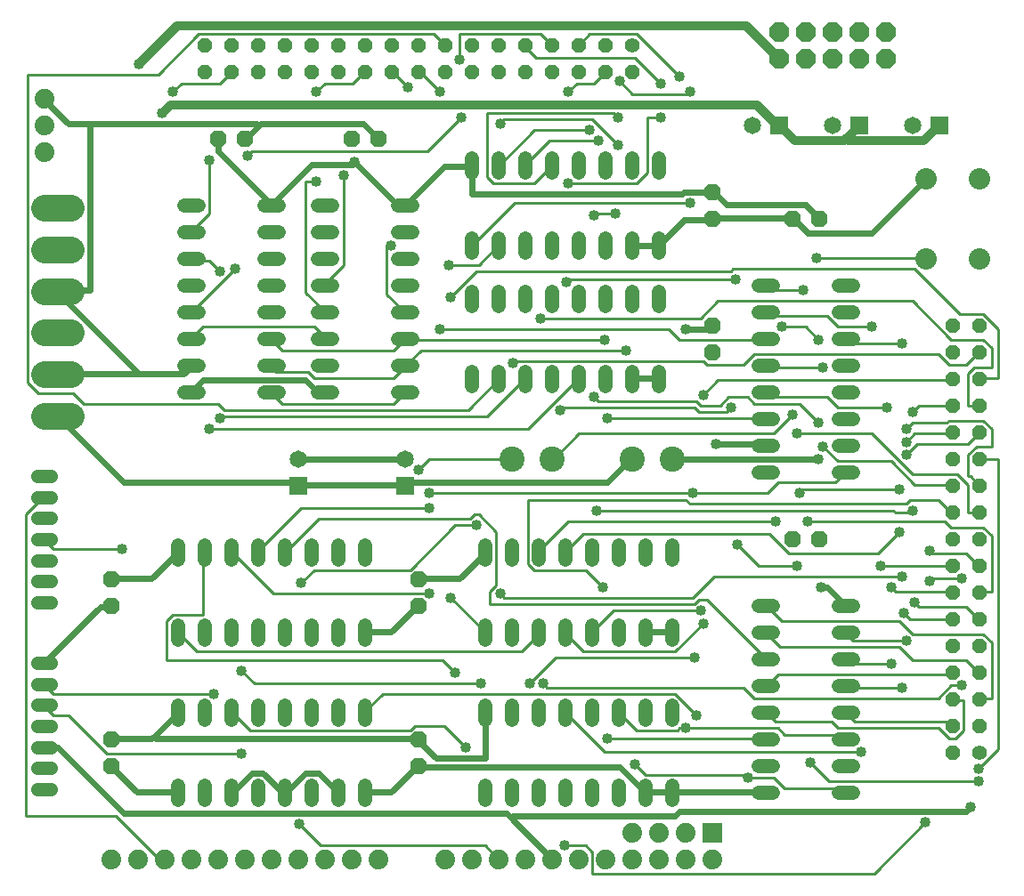
<source format=gbl>
G75*
%MOIN*%
%OFA0B0*%
%FSLAX24Y24*%
%IPPOS*%
%LPD*%
%AMOC8*
5,1,8,0,0,1.08239X$1,22.5*
%
%ADD10C,0.0520*%
%ADD11C,0.0560*%
%ADD12OC8,0.0560*%
%ADD13C,0.0515*%
%ADD14C,0.0740*%
%ADD15C,0.0945*%
%ADD16C,0.0800*%
%ADD17OC8,0.0630*%
%ADD18C,0.0650*%
%ADD19R,0.0650X0.0650*%
%ADD20OC8,0.0740*%
%ADD21C,0.0990*%
%ADD22R,0.0740X0.0740*%
%ADD23C,0.0100*%
%ADD24C,0.0400*%
%ADD25C,0.0240*%
%ADD26C,0.0320*%
D10*
X007613Y003790D02*
X007613Y004310D01*
X008613Y004310D02*
X008613Y003790D01*
X009613Y003790D02*
X009613Y004310D01*
X010613Y004310D02*
X010613Y003790D01*
X011613Y003790D02*
X011613Y004310D01*
X012613Y004310D02*
X012613Y003790D01*
X013613Y003790D02*
X013613Y004310D01*
X014613Y004310D02*
X014613Y003790D01*
X014613Y006790D02*
X014613Y007310D01*
X013613Y007310D02*
X013613Y006790D01*
X012613Y006790D02*
X012613Y007310D01*
X011613Y007310D02*
X011613Y006790D01*
X010613Y006790D02*
X010613Y007310D01*
X009613Y007310D02*
X009613Y006790D01*
X008613Y006790D02*
X008613Y007310D01*
X007613Y007310D02*
X007613Y006790D01*
X007613Y009790D02*
X007613Y010310D01*
X008613Y010310D02*
X008613Y009790D01*
X009613Y009790D02*
X009613Y010310D01*
X010613Y010310D02*
X010613Y009790D01*
X011613Y009790D02*
X011613Y010310D01*
X012613Y010310D02*
X012613Y009790D01*
X013613Y009790D02*
X013613Y010310D01*
X014613Y010310D02*
X014613Y009790D01*
X014613Y012790D02*
X014613Y013310D01*
X013613Y013310D02*
X013613Y012790D01*
X012613Y012790D02*
X012613Y013310D01*
X011613Y013310D02*
X011613Y012790D01*
X010613Y012790D02*
X010613Y013310D01*
X009613Y013310D02*
X009613Y012790D01*
X008613Y012790D02*
X008613Y013310D01*
X007613Y013310D02*
X007613Y012790D01*
X007853Y019050D02*
X008373Y019050D01*
X008373Y020050D02*
X007853Y020050D01*
X007853Y021050D02*
X008373Y021050D01*
X008373Y022050D02*
X007853Y022050D01*
X007853Y023050D02*
X008373Y023050D01*
X008373Y024050D02*
X007853Y024050D01*
X007853Y025050D02*
X008373Y025050D01*
X008373Y026050D02*
X007853Y026050D01*
X010853Y026050D02*
X011373Y026050D01*
X011373Y025050D02*
X010853Y025050D01*
X010853Y024050D02*
X011373Y024050D01*
X011373Y023050D02*
X010853Y023050D01*
X010853Y022050D02*
X011373Y022050D01*
X011373Y021050D02*
X010853Y021050D01*
X010853Y020050D02*
X011373Y020050D01*
X011373Y019050D02*
X010853Y019050D01*
X012853Y019050D02*
X013373Y019050D01*
X013373Y020050D02*
X012853Y020050D01*
X012853Y021050D02*
X013373Y021050D01*
X013373Y022050D02*
X012853Y022050D01*
X012853Y023050D02*
X013373Y023050D01*
X013373Y024050D02*
X012853Y024050D01*
X012853Y025050D02*
X013373Y025050D01*
X013373Y026050D02*
X012853Y026050D01*
X015853Y026050D02*
X016373Y026050D01*
X016373Y025050D02*
X015853Y025050D01*
X015853Y024050D02*
X016373Y024050D01*
X016373Y023050D02*
X015853Y023050D01*
X015853Y022050D02*
X016373Y022050D01*
X016373Y021050D02*
X015853Y021050D01*
X015853Y020050D02*
X016373Y020050D01*
X016373Y019050D02*
X015853Y019050D01*
X018613Y019290D02*
X018613Y019810D01*
X019613Y019810D02*
X019613Y019290D01*
X020613Y019290D02*
X020613Y019810D01*
X021613Y019810D02*
X021613Y019290D01*
X022613Y019290D02*
X022613Y019810D01*
X023613Y019810D02*
X023613Y019290D01*
X024613Y019290D02*
X024613Y019810D01*
X025613Y019810D02*
X025613Y019290D01*
X025613Y022290D02*
X025613Y022810D01*
X024613Y022810D02*
X024613Y022290D01*
X023613Y022290D02*
X023613Y022810D01*
X022613Y022810D02*
X022613Y022290D01*
X021613Y022290D02*
X021613Y022810D01*
X020613Y022810D02*
X020613Y022290D01*
X019613Y022290D02*
X019613Y022810D01*
X018613Y022810D02*
X018613Y022290D01*
X018613Y024290D02*
X018613Y024810D01*
X019613Y024810D02*
X019613Y024290D01*
X020613Y024290D02*
X020613Y024810D01*
X021613Y024810D02*
X021613Y024290D01*
X022613Y024290D02*
X022613Y024810D01*
X023613Y024810D02*
X023613Y024290D01*
X024613Y024290D02*
X024613Y024810D01*
X025613Y024810D02*
X025613Y024290D01*
X025613Y027290D02*
X025613Y027810D01*
X024613Y027810D02*
X024613Y027290D01*
X023613Y027290D02*
X023613Y027810D01*
X022613Y027810D02*
X022613Y027290D01*
X021613Y027290D02*
X021613Y027810D01*
X020613Y027810D02*
X020613Y027290D01*
X019613Y027290D02*
X019613Y027810D01*
X018613Y027810D02*
X018613Y027290D01*
X029353Y023050D02*
X029873Y023050D01*
X029873Y022050D02*
X029353Y022050D01*
X029353Y021050D02*
X029873Y021050D01*
X029873Y020050D02*
X029353Y020050D01*
X029353Y019050D02*
X029873Y019050D01*
X029873Y018050D02*
X029353Y018050D01*
X029353Y017050D02*
X029873Y017050D01*
X029873Y016050D02*
X029353Y016050D01*
X032353Y016050D02*
X032873Y016050D01*
X032873Y017050D02*
X032353Y017050D01*
X032353Y018050D02*
X032873Y018050D01*
X032873Y019050D02*
X032353Y019050D01*
X032353Y020050D02*
X032873Y020050D01*
X032873Y021050D02*
X032353Y021050D01*
X032353Y022050D02*
X032873Y022050D01*
X032873Y023050D02*
X032353Y023050D01*
X026113Y013310D02*
X026113Y012790D01*
X025113Y012790D02*
X025113Y013310D01*
X024113Y013310D02*
X024113Y012790D01*
X023113Y012790D02*
X023113Y013310D01*
X022113Y013310D02*
X022113Y012790D01*
X021113Y012790D02*
X021113Y013310D01*
X020113Y013310D02*
X020113Y012790D01*
X019113Y012790D02*
X019113Y013310D01*
X019113Y010310D02*
X019113Y009790D01*
X020113Y009790D02*
X020113Y010310D01*
X021113Y010310D02*
X021113Y009790D01*
X022113Y009790D02*
X022113Y010310D01*
X023113Y010310D02*
X023113Y009790D01*
X024113Y009790D02*
X024113Y010310D01*
X025113Y010310D02*
X025113Y009790D01*
X026113Y009790D02*
X026113Y010310D01*
X026113Y007310D02*
X026113Y006790D01*
X025113Y006790D02*
X025113Y007310D01*
X024113Y007310D02*
X024113Y006790D01*
X023113Y006790D02*
X023113Y007310D01*
X022113Y007310D02*
X022113Y006790D01*
X021113Y006790D02*
X021113Y007310D01*
X020113Y007310D02*
X020113Y006790D01*
X019113Y006790D02*
X019113Y007310D01*
X019113Y004310D02*
X019113Y003790D01*
X020113Y003790D02*
X020113Y004310D01*
X021113Y004310D02*
X021113Y003790D01*
X022113Y003790D02*
X022113Y004310D01*
X023113Y004310D02*
X023113Y003790D01*
X024113Y003790D02*
X024113Y004310D01*
X025113Y004310D02*
X025113Y003790D01*
X026113Y003790D02*
X026113Y004310D01*
X029353Y004050D02*
X029873Y004050D01*
X029873Y005050D02*
X029353Y005050D01*
X029353Y006050D02*
X029873Y006050D01*
X029873Y007050D02*
X029353Y007050D01*
X029353Y008050D02*
X029873Y008050D01*
X029873Y009050D02*
X029353Y009050D01*
X029353Y010050D02*
X029873Y010050D01*
X029873Y011050D02*
X029353Y011050D01*
X032353Y011050D02*
X032873Y011050D01*
X032873Y010050D02*
X032353Y010050D01*
X032353Y009050D02*
X032873Y009050D01*
X032873Y008050D02*
X032353Y008050D01*
X032353Y007050D02*
X032873Y007050D01*
X032873Y006050D02*
X032353Y006050D01*
X032353Y005050D02*
X032873Y005050D01*
X032873Y004050D02*
X032353Y004050D01*
D11*
X037613Y005550D03*
X024613Y032050D03*
D12*
X023613Y032050D03*
X022613Y032050D03*
X021613Y032050D03*
X020613Y032050D03*
X019613Y032050D03*
X018613Y032050D03*
X017613Y032050D03*
X016613Y032050D03*
X015613Y032050D03*
X014613Y032050D03*
X013613Y032050D03*
X012613Y032050D03*
X011613Y032050D03*
X010613Y032050D03*
X009613Y032050D03*
X008613Y032050D03*
X008613Y031050D03*
X009613Y031050D03*
X010613Y031050D03*
X011613Y031050D03*
X012613Y031050D03*
X013613Y031050D03*
X014613Y031050D03*
X015613Y031050D03*
X016613Y031050D03*
X017613Y031050D03*
X018613Y031050D03*
X019613Y031050D03*
X020613Y031050D03*
X021613Y031050D03*
X022613Y031050D03*
X023613Y031050D03*
X024613Y031050D03*
X036613Y021550D03*
X036613Y020550D03*
X036613Y019550D03*
X036613Y018550D03*
X036613Y017550D03*
X036613Y016550D03*
X036613Y015550D03*
X036613Y014550D03*
X036613Y013550D03*
X036613Y012550D03*
X036613Y011550D03*
X036613Y010550D03*
X036613Y009550D03*
X036613Y008550D03*
X036613Y007550D03*
X036613Y006550D03*
X036613Y005550D03*
X037613Y006550D03*
X037613Y007550D03*
X037613Y008550D03*
X037613Y009550D03*
X037613Y010550D03*
X037613Y011550D03*
X037613Y012550D03*
X037613Y013550D03*
X037613Y014550D03*
X037613Y015550D03*
X037613Y016550D03*
X037613Y017550D03*
X037613Y018550D03*
X037613Y019550D03*
X037613Y020550D03*
X037613Y021550D03*
D13*
X002852Y015912D02*
X002337Y015912D01*
X002337Y015125D02*
X002852Y015125D01*
X002852Y014337D02*
X002337Y014337D01*
X002337Y013550D02*
X002852Y013550D01*
X002852Y012763D02*
X002337Y012763D01*
X002337Y011975D02*
X002852Y011975D01*
X002852Y011188D02*
X002337Y011188D01*
X002337Y008912D02*
X002852Y008912D01*
X002852Y008125D02*
X002337Y008125D01*
X002337Y007337D02*
X002852Y007337D01*
X002852Y006550D02*
X002337Y006550D01*
X002337Y005763D02*
X002852Y005763D01*
X002852Y004975D02*
X002337Y004975D01*
X002337Y004188D02*
X002852Y004188D01*
D14*
X005113Y001550D03*
X006113Y001550D03*
X007113Y001550D03*
X008113Y001550D03*
X009113Y001550D03*
X010113Y001550D03*
X011113Y001550D03*
X012113Y001550D03*
X013113Y001550D03*
X014113Y001550D03*
X015113Y001550D03*
X017613Y001550D03*
X018613Y001550D03*
X019613Y001550D03*
X020613Y001550D03*
X021613Y001550D03*
X022613Y001550D03*
X023613Y001550D03*
X024613Y001550D03*
X024613Y002550D03*
X025613Y002550D03*
X025613Y001550D03*
X026613Y001550D03*
X027613Y001550D03*
X026613Y002550D03*
X002613Y028050D03*
X002613Y029050D03*
X002613Y030050D03*
D15*
X020113Y016550D03*
X021613Y016550D03*
X024613Y016550D03*
X026113Y016550D03*
D16*
X035613Y024050D03*
X037613Y024050D03*
X037613Y027050D03*
X035613Y027050D03*
D17*
X031613Y025550D03*
X030613Y025550D03*
X027613Y025550D03*
X027613Y026550D03*
X027613Y021550D03*
X027613Y020550D03*
X030613Y013550D03*
X031613Y013550D03*
X016613Y012050D03*
X016613Y011050D03*
X016613Y006050D03*
X016613Y005050D03*
X005113Y005050D03*
X005113Y006050D03*
X005113Y011050D03*
X005113Y012050D03*
X009113Y028550D03*
X010113Y028550D03*
X014113Y028550D03*
X015113Y028550D03*
D18*
X016113Y016550D03*
X012113Y016550D03*
X029113Y029050D03*
X032113Y029050D03*
X035113Y029050D03*
D19*
X036113Y029050D03*
X033113Y029050D03*
X030113Y029050D03*
X016113Y015550D03*
X012113Y015550D03*
D20*
X030113Y031550D03*
X031113Y031550D03*
X031113Y032550D03*
X030113Y032550D03*
X032113Y032550D03*
X033113Y032550D03*
X033113Y031550D03*
X032113Y031550D03*
X034113Y031550D03*
X034113Y032550D03*
D21*
X003608Y025950D02*
X002618Y025950D01*
X002618Y024390D02*
X003608Y024390D01*
X003608Y022830D02*
X002618Y022830D01*
X002618Y021270D02*
X003608Y021270D01*
X003608Y019710D02*
X002618Y019710D01*
X002618Y018150D02*
X003608Y018150D01*
D22*
X027613Y002550D03*
D23*
X005273Y003190D02*
X001913Y003190D01*
X001913Y014470D01*
X002553Y015110D01*
X002595Y015125D01*
X002595Y013550D02*
X002633Y013510D01*
X002953Y013190D01*
X005513Y013190D01*
X008553Y013030D02*
X008613Y013050D01*
X008553Y013030D02*
X008553Y010710D01*
X007433Y010710D01*
X007193Y010470D01*
X007193Y009030D01*
X017513Y009030D01*
X017993Y008550D01*
X018953Y008150D02*
X010473Y008150D01*
X009993Y008630D01*
X008953Y007750D02*
X002953Y007750D01*
X002633Y008070D01*
X002595Y008125D01*
X002595Y007337D02*
X002633Y007270D01*
X002953Y006950D01*
X003513Y006950D01*
X004953Y005510D01*
X009993Y005510D01*
X010313Y006390D02*
X016313Y006390D01*
X016473Y006550D01*
X017593Y006550D01*
X018393Y005750D01*
X020793Y008150D02*
X021753Y009110D01*
X026953Y009110D01*
X026233Y009350D02*
X027273Y010390D01*
X027193Y010870D02*
X023913Y010870D01*
X023113Y010070D01*
X023113Y010050D01*
X022793Y009350D02*
X026233Y009350D01*
X026233Y007750D02*
X015273Y007750D01*
X014633Y007110D01*
X014613Y007050D01*
X010313Y006390D02*
X009673Y007030D01*
X009613Y007050D01*
X008313Y009350D02*
X020473Y009350D01*
X021113Y009990D01*
X021113Y010050D01*
X022113Y010050D02*
X022153Y009990D01*
X022793Y009350D01*
X021433Y007990D02*
X028793Y007990D01*
X029193Y007590D01*
X036073Y007590D01*
X036553Y008070D01*
X036953Y008070D01*
X037033Y007510D02*
X036633Y007510D01*
X036613Y007550D01*
X037033Y007510D02*
X037033Y006390D01*
X036713Y006070D01*
X036473Y006070D01*
X036073Y006470D01*
X032313Y006470D01*
X032073Y006710D01*
X029993Y006710D01*
X029673Y007030D01*
X029613Y007050D01*
X030073Y006470D02*
X026633Y006470D01*
X026393Y006470D01*
X026313Y006390D01*
X024793Y006390D01*
X024153Y007030D01*
X024113Y007050D01*
X023673Y006070D02*
X029593Y006070D01*
X029613Y006050D01*
X030073Y006470D02*
X030313Y006230D01*
X032393Y006230D01*
X032553Y006070D01*
X032613Y006050D01*
X033193Y005590D02*
X023593Y005590D01*
X022153Y007030D01*
X022113Y007050D01*
X021433Y007990D02*
X021273Y008150D01*
X019113Y010050D02*
X019113Y010070D01*
X017833Y011350D01*
X017033Y011510D02*
X011193Y011510D01*
X009673Y013030D01*
X009613Y013050D01*
X010613Y013050D02*
X010633Y013110D01*
X012233Y014710D01*
X017033Y014710D01*
X017033Y015270D02*
X026873Y015270D01*
X029673Y015270D01*
X030073Y015670D01*
X032233Y015670D01*
X032613Y016050D01*
X032313Y016470D02*
X034313Y016470D01*
X035193Y015590D01*
X036553Y015590D01*
X036613Y015550D01*
X036793Y015990D02*
X037193Y015590D01*
X037193Y014550D01*
X037613Y014550D01*
X037753Y013990D02*
X038073Y013670D01*
X038073Y011590D01*
X037673Y011590D01*
X037613Y011550D01*
X037113Y011030D02*
X037593Y010550D01*
X037613Y010550D01*
X037753Y009990D02*
X038073Y009670D01*
X038073Y007590D01*
X037673Y007590D01*
X037613Y007550D01*
X037593Y008550D02*
X037613Y008550D01*
X037593Y008550D02*
X037113Y009030D01*
X035113Y009030D01*
X034633Y009510D01*
X030153Y009510D01*
X029613Y010050D01*
X030233Y010470D02*
X034633Y010470D01*
X035113Y009990D01*
X037753Y009990D01*
X037113Y011030D02*
X035353Y011030D01*
X035193Y011190D01*
X034793Y010790D02*
X035033Y010550D01*
X036613Y010550D01*
X036613Y011550D02*
X036553Y011590D01*
X034473Y011590D01*
X034313Y011750D01*
X034713Y012150D02*
X027673Y012150D01*
X026873Y011350D01*
X019833Y011350D01*
X019673Y011510D01*
X019513Y011830D02*
X019273Y011590D01*
X019273Y011110D01*
X026953Y011110D01*
X027113Y011270D01*
X027433Y011270D01*
X029593Y009110D01*
X029613Y009050D01*
X030073Y008470D02*
X036473Y008470D01*
X036553Y008550D01*
X036613Y008550D01*
X034873Y009750D02*
X032873Y009750D01*
X032633Y009990D01*
X032613Y010050D01*
X032613Y009050D02*
X032793Y008870D01*
X034313Y008870D01*
X034713Y007990D02*
X032633Y007990D01*
X032613Y008050D01*
X032613Y007050D02*
X032953Y006710D01*
X036393Y006710D01*
X036553Y006550D01*
X036613Y006550D01*
X037593Y004950D02*
X038313Y005670D01*
X038313Y016550D01*
X037613Y016550D01*
X037193Y016710D02*
X037513Y017030D01*
X038073Y017030D01*
X038073Y017670D01*
X037753Y017990D01*
X036473Y017990D01*
X036393Y017910D01*
X035113Y017910D01*
X034873Y017670D01*
X035193Y017510D02*
X034873Y017190D01*
X035273Y017110D02*
X037193Y017110D01*
X037593Y017510D01*
X037613Y017550D01*
X037193Y016710D02*
X037193Y015910D01*
X037273Y015910D01*
X037593Y015590D01*
X037613Y015550D01*
X036793Y015990D02*
X035113Y015990D01*
X033593Y017510D01*
X030793Y017510D01*
X030633Y018230D02*
X029913Y017510D01*
X022633Y017510D01*
X021673Y016550D01*
X021613Y016550D01*
X020713Y017670D02*
X008793Y017670D01*
X009193Y018070D02*
X009273Y018150D01*
X019193Y018150D01*
X020553Y019510D01*
X020613Y019550D01*
X020153Y020150D02*
X020233Y020230D01*
X027273Y020230D01*
X027433Y020070D01*
X028793Y020070D01*
X029193Y020470D01*
X036073Y020470D01*
X036473Y020070D01*
X037113Y020070D01*
X037593Y020550D01*
X037613Y020550D01*
X038073Y020710D02*
X037753Y021030D01*
X036553Y021030D01*
X035113Y022470D01*
X027833Y022470D01*
X027193Y021830D01*
X021193Y021830D01*
X022153Y023190D02*
X022233Y023270D01*
X028473Y023270D01*
X028313Y023590D02*
X028393Y023670D01*
X035193Y023670D01*
X036873Y021990D01*
X037753Y021990D01*
X038313Y021430D01*
X038313Y019590D01*
X037673Y019590D01*
X037613Y019550D01*
X037193Y019750D02*
X037433Y019990D01*
X038073Y019990D01*
X038073Y020710D01*
X037193Y019750D02*
X037193Y018550D01*
X037613Y018550D01*
X036613Y018550D02*
X035353Y018550D01*
X035113Y018310D01*
X035193Y017510D02*
X036553Y017510D01*
X036613Y017550D01*
X035273Y017110D02*
X034873Y016710D01*
X034633Y015430D02*
X031033Y015430D01*
X030873Y015270D01*
X031193Y014230D02*
X036313Y014230D01*
X036553Y013990D01*
X037753Y013990D01*
X037113Y013030D02*
X037593Y012550D01*
X037613Y012550D01*
X037113Y013030D02*
X035833Y013030D01*
X035753Y013110D01*
X036613Y012550D02*
X033913Y012550D01*
X033833Y013030D02*
X034633Y013830D01*
X034473Y014550D02*
X035033Y014550D01*
X035113Y014630D01*
X034873Y014870D02*
X035033Y015030D01*
X036073Y015030D01*
X036553Y014550D01*
X036613Y014550D01*
X034873Y014870D02*
X026793Y014870D01*
X026633Y015030D01*
X020713Y015030D01*
X020713Y012630D01*
X020953Y012390D01*
X022873Y012390D01*
X023513Y011750D01*
X022113Y013050D02*
X022153Y013110D01*
X022793Y013750D01*
X029753Y013750D01*
X030473Y013030D01*
X033833Y013030D01*
X034473Y014550D02*
X034393Y014630D01*
X023273Y014630D01*
X022233Y014230D02*
X029993Y014230D01*
X028553Y013350D02*
X029353Y012550D01*
X030793Y012550D01*
X029673Y011030D02*
X029613Y011050D01*
X029673Y011030D02*
X030233Y010470D01*
X030073Y008470D02*
X029673Y008070D01*
X029613Y008050D01*
X027033Y006950D02*
X026233Y007750D01*
X024713Y005110D02*
X025113Y004710D01*
X028873Y004710D01*
X028953Y004630D01*
X029913Y004630D01*
X030313Y004230D01*
X032393Y004230D01*
X032553Y004070D01*
X032613Y004050D01*
X031993Y004470D02*
X037593Y004470D01*
X035593Y002950D02*
X033673Y001030D01*
X023113Y001030D01*
X023113Y001830D01*
X022873Y002070D01*
X022073Y002070D01*
X019613Y001550D02*
X019593Y001590D01*
X019113Y002070D01*
X012953Y002070D01*
X012153Y002870D01*
X007113Y001590D02*
X007113Y001550D01*
X007113Y001590D02*
X006873Y001590D01*
X005273Y003190D01*
X008313Y009350D02*
X007613Y010050D01*
X011613Y013050D02*
X012873Y014310D01*
X018553Y014310D01*
X018713Y014470D01*
X018873Y014470D01*
X019513Y013830D01*
X019513Y011830D01*
X021113Y013050D02*
X021113Y013110D01*
X022233Y014230D01*
X020113Y016550D02*
X017033Y016550D01*
X016633Y016150D01*
X017993Y014070D02*
X018793Y014070D01*
X017993Y014070D02*
X016313Y012390D01*
X012713Y012390D01*
X012233Y011910D01*
X009353Y018390D02*
X009113Y018630D01*
X004073Y018630D01*
X003673Y019030D01*
X002393Y019030D01*
X001993Y019430D01*
X001993Y030950D01*
X006873Y030950D01*
X008393Y032470D01*
X017193Y032470D01*
X017613Y032050D01*
X018153Y032470D02*
X021193Y032470D01*
X021613Y032050D01*
X021033Y031590D02*
X020633Y031990D01*
X020613Y032050D01*
X021033Y031590D02*
X024713Y031590D01*
X025673Y030630D01*
X026393Y030870D02*
X024793Y032470D01*
X023033Y032470D01*
X022613Y032050D01*
X023613Y031050D02*
X023193Y030630D01*
X022553Y030630D01*
X022233Y030310D01*
X023113Y029270D02*
X019833Y029270D01*
X019673Y029110D01*
X019193Y029510D02*
X023913Y029510D01*
X024073Y029350D01*
X023113Y029270D02*
X024073Y028310D01*
X023353Y028470D02*
X021513Y028470D01*
X020633Y027590D01*
X020613Y027550D01*
X020953Y026870D02*
X019433Y026870D01*
X019193Y027110D01*
X019193Y029510D01*
X018233Y029350D02*
X016953Y028070D01*
X010393Y028070D01*
X010233Y027910D01*
X008793Y027750D02*
X008793Y025750D01*
X008153Y025110D01*
X008113Y025050D01*
X008113Y024050D02*
X008153Y023990D01*
X008793Y023990D01*
X009193Y023590D01*
X009753Y023670D02*
X008153Y022070D01*
X008113Y022050D01*
X008553Y021510D02*
X012713Y021510D01*
X013113Y021110D01*
X013113Y021050D01*
X013113Y022050D02*
X013113Y022070D01*
X012393Y022790D01*
X012393Y026950D01*
X012793Y026950D01*
X013833Y027190D02*
X013833Y023830D01*
X013113Y023110D01*
X013113Y023050D01*
X015433Y022710D02*
X015433Y024550D01*
X015593Y024550D01*
X015433Y022710D02*
X016073Y022070D01*
X016113Y022050D01*
X016113Y021050D02*
X016153Y021030D01*
X023593Y021030D01*
X024393Y020630D02*
X016713Y020630D01*
X016153Y020070D01*
X016113Y020050D01*
X016073Y019990D01*
X015673Y019590D01*
X012713Y019590D01*
X012473Y019830D01*
X011273Y019830D01*
X011113Y019990D01*
X011113Y020050D01*
X011513Y020630D02*
X015673Y020630D01*
X016073Y021030D01*
X016113Y021050D01*
X017433Y021430D02*
X025993Y021430D01*
X026393Y021030D01*
X029593Y021030D01*
X029613Y021050D01*
X030233Y021510D02*
X031113Y021510D01*
X031593Y021030D01*
X032313Y021510D02*
X033593Y021510D01*
X032793Y020870D02*
X034713Y020870D01*
X032793Y020870D02*
X032613Y021050D01*
X032313Y021510D02*
X031913Y021910D01*
X029753Y021910D01*
X029613Y022050D01*
X029833Y022870D02*
X031033Y022870D01*
X029833Y022870D02*
X029673Y023030D01*
X029613Y023050D01*
X028313Y023590D02*
X018793Y023590D01*
X017833Y022630D01*
X017753Y023830D02*
X018873Y023830D01*
X019593Y024550D01*
X019613Y024550D01*
X018633Y024550D02*
X018613Y024550D01*
X018633Y024550D02*
X020233Y026150D01*
X026793Y026150D01*
X025193Y027270D02*
X025193Y029350D01*
X025673Y029350D01*
X024633Y030230D02*
X024153Y030710D01*
X024633Y030230D02*
X026713Y030230D01*
X026793Y030310D01*
X025193Y027270D02*
X024793Y026870D01*
X022233Y026870D01*
X021593Y027510D02*
X021613Y027550D01*
X021593Y027510D02*
X020953Y026870D01*
X019673Y027590D02*
X019613Y027550D01*
X019673Y027590D02*
X020953Y028870D01*
X023033Y028870D01*
X023273Y025750D02*
X023993Y025750D01*
X023273Y025750D02*
X023193Y025670D01*
X017433Y030310D02*
X016713Y031030D01*
X016633Y031030D01*
X016613Y031050D01*
X016233Y030470D02*
X015673Y031030D01*
X015613Y031050D01*
X014613Y031050D02*
X014553Y031030D01*
X014153Y030630D01*
X013113Y030630D01*
X012793Y030310D01*
X009613Y031050D02*
X009193Y030630D01*
X007753Y030630D01*
X007433Y030310D01*
X008553Y021510D02*
X008153Y021110D01*
X008113Y021050D01*
X009353Y018390D02*
X018473Y018390D01*
X019593Y019510D01*
X019613Y019550D01*
X020713Y017670D02*
X022553Y019510D01*
X022613Y019550D01*
X023193Y018870D02*
X023353Y018710D01*
X027033Y018710D01*
X027193Y018550D01*
X027913Y018550D01*
X028233Y018870D01*
X028953Y018870D01*
X029193Y018630D01*
X030873Y018630D01*
X031593Y017910D01*
X032313Y018470D02*
X034153Y018470D01*
X032313Y018470D02*
X031913Y018870D01*
X029833Y018870D01*
X029673Y019030D01*
X029613Y019050D01*
X029673Y019990D02*
X029613Y020050D01*
X029673Y019990D02*
X031753Y019990D01*
X029613Y018050D02*
X029593Y018070D01*
X023673Y018070D01*
X021993Y018470D02*
X026953Y018470D01*
X027113Y018310D01*
X028153Y018310D01*
X028313Y018470D01*
X027833Y019510D02*
X027273Y018950D01*
X027833Y019510D02*
X036553Y019510D01*
X036613Y019550D01*
X032313Y016470D02*
X031753Y017030D01*
X035833Y012070D02*
X036953Y012070D01*
X035833Y012070D02*
X035753Y011990D01*
X031273Y005190D02*
X031993Y004470D01*
X021913Y018390D02*
X021993Y018470D01*
X016113Y019050D02*
X016073Y019030D01*
X015673Y018630D01*
X011513Y018630D01*
X011113Y019030D01*
X011113Y019050D01*
X011513Y020630D02*
X011113Y021030D01*
X011113Y021050D01*
X018153Y031510D02*
X018153Y032470D01*
X031513Y024070D02*
X035593Y024070D01*
X035613Y024050D01*
D24*
X033593Y021510D03*
X034713Y020870D03*
X031753Y019990D03*
X031593Y021030D03*
X030233Y021510D03*
X031033Y022870D03*
X031513Y024070D03*
X028473Y023270D03*
X026633Y021430D03*
X024393Y020630D03*
X023593Y021030D03*
X023193Y018870D03*
X023673Y018070D03*
X021913Y018390D03*
X020153Y020150D03*
X021193Y021830D03*
X022153Y023190D03*
X023193Y025670D03*
X023993Y025750D03*
X022233Y026870D03*
X023353Y028470D03*
X023033Y028870D03*
X024073Y029350D03*
X024073Y028310D03*
X025673Y029350D03*
X026793Y030310D03*
X026393Y030870D03*
X025673Y030630D03*
X024153Y030710D03*
X022233Y030310D03*
X019673Y029110D03*
X018233Y029350D03*
X017433Y030310D03*
X016233Y030470D03*
X018153Y031510D03*
X014233Y027670D03*
X013833Y027190D03*
X012793Y026950D03*
X010233Y027910D03*
X008793Y027750D03*
X007033Y029510D03*
X007433Y030310D03*
X006153Y031350D03*
X012793Y030310D03*
X015593Y024550D03*
X017753Y023830D03*
X017833Y022630D03*
X017433Y021430D03*
X016633Y016150D03*
X017033Y015270D03*
X017033Y014710D03*
X018793Y014070D03*
X019673Y011510D03*
X017833Y011350D03*
X017033Y011510D03*
X017993Y008550D03*
X018953Y008150D03*
X020793Y008150D03*
X021273Y008150D03*
X023673Y006070D03*
X024713Y005110D03*
X026633Y006470D03*
X027033Y006950D03*
X026953Y009110D03*
X027273Y010390D03*
X027193Y010870D03*
X028553Y013350D03*
X029993Y014230D03*
X031193Y014230D03*
X030873Y015270D03*
X031593Y016550D03*
X031753Y017030D03*
X031593Y017910D03*
X030793Y017510D03*
X030633Y018230D03*
X028313Y018470D03*
X027273Y018950D03*
X027753Y017110D03*
X026873Y015270D03*
X023273Y014630D03*
X023513Y011750D03*
X018393Y005750D03*
X022073Y002070D03*
X028953Y004630D03*
X031273Y005190D03*
X033193Y005590D03*
X034713Y007990D03*
X034313Y008870D03*
X034873Y009750D03*
X034793Y010790D03*
X035193Y011190D03*
X035753Y011990D03*
X034713Y012150D03*
X034313Y011750D03*
X033913Y012550D03*
X034633Y013830D03*
X035113Y014630D03*
X034633Y015430D03*
X034873Y016710D03*
X034873Y017190D03*
X034873Y017670D03*
X035113Y018310D03*
X034153Y018470D03*
X035753Y013110D03*
X036953Y012070D03*
X036953Y008070D03*
X037593Y004950D03*
X037593Y004470D03*
X037273Y003510D03*
X035593Y002950D03*
X031673Y011750D03*
X030793Y012550D03*
X026793Y026150D03*
X012233Y011910D03*
X009993Y008630D03*
X008953Y007750D03*
X009993Y005510D03*
X012153Y002870D03*
X005513Y013190D03*
X008793Y017670D03*
X009193Y018070D03*
X009193Y023590D03*
X009753Y023670D03*
D25*
X011113Y026050D02*
X011193Y026150D01*
X012633Y027590D01*
X014153Y027590D01*
X014233Y027670D01*
X015753Y026150D01*
X016073Y026150D01*
X016113Y026050D01*
X016153Y026070D01*
X017593Y027510D01*
X018553Y027510D01*
X018613Y027550D01*
X018633Y027430D01*
X018633Y026470D01*
X026473Y026470D01*
X026553Y026550D01*
X027613Y026550D01*
X027673Y026550D01*
X028153Y026070D01*
X031113Y026070D01*
X031593Y025590D01*
X031613Y025550D01*
X031193Y025030D02*
X030713Y025510D01*
X030613Y025550D01*
X030553Y025590D01*
X027673Y025590D01*
X027613Y025550D01*
X027513Y025510D01*
X026553Y025510D01*
X025673Y024630D01*
X025613Y024550D01*
X024613Y024550D01*
X027613Y021550D02*
X027593Y021510D01*
X027513Y021430D01*
X026633Y021430D01*
X025593Y019590D02*
X024633Y019590D01*
X024613Y019550D01*
X025593Y019590D02*
X025613Y019550D01*
X027753Y017110D02*
X029593Y017110D01*
X029613Y017050D01*
X031593Y016550D02*
X026113Y016550D01*
X024613Y016550D02*
X024553Y016550D01*
X023673Y015670D01*
X016153Y015670D01*
X016113Y015550D01*
X016073Y015590D01*
X012153Y015590D01*
X012113Y015550D01*
X012073Y015670D01*
X005593Y015670D01*
X003113Y018150D01*
X003113Y019710D02*
X003113Y019750D01*
X006073Y019750D01*
X006073Y019830D01*
X003113Y022790D01*
X003113Y022830D01*
X003193Y022870D01*
X004313Y022870D01*
X004313Y029110D01*
X003513Y029110D01*
X002633Y029990D01*
X002613Y030050D01*
X004313Y029110D02*
X010553Y029110D01*
X010633Y029030D01*
X010153Y028550D01*
X010113Y028550D01*
X010633Y029030D02*
X010713Y029110D01*
X014553Y029110D01*
X015113Y028550D01*
X011113Y026070D02*
X011113Y026050D01*
X011113Y026070D02*
X009113Y028070D01*
X009113Y028550D01*
X008113Y020050D02*
X008073Y019990D01*
X007833Y019750D01*
X006073Y019750D01*
X008113Y019050D02*
X008153Y019110D01*
X008553Y019510D01*
X012393Y019510D01*
X012793Y019110D01*
X013113Y019110D01*
X013113Y019050D01*
X012113Y016550D02*
X016113Y016550D01*
X019113Y013050D02*
X019113Y013030D01*
X018153Y012070D01*
X016633Y012070D01*
X016613Y012050D01*
X016613Y011050D02*
X016553Y011030D01*
X015593Y010070D01*
X014633Y010070D01*
X014613Y010050D01*
X016553Y006070D02*
X016613Y006050D01*
X016633Y005990D01*
X017273Y005350D01*
X019113Y005350D01*
X019113Y007050D01*
X016553Y006070D02*
X006793Y006070D01*
X006713Y006150D01*
X007613Y007050D01*
X006713Y006150D02*
X006633Y006070D01*
X005113Y006070D01*
X005113Y006050D01*
X005113Y005050D02*
X005113Y005030D01*
X006073Y004070D01*
X007593Y004070D01*
X007613Y004050D01*
X009613Y004050D02*
X009673Y004070D01*
X010393Y004790D01*
X010793Y004790D01*
X011513Y004070D01*
X011613Y004050D01*
X011673Y004070D01*
X012393Y004790D01*
X012873Y004790D01*
X013613Y004050D01*
X014613Y004050D02*
X014633Y004070D01*
X015593Y004070D01*
X016553Y005030D01*
X016613Y005050D01*
X016713Y005030D01*
X024153Y005030D01*
X025033Y004150D01*
X025113Y004050D01*
X025113Y004070D01*
X026073Y004070D01*
X026113Y004050D01*
X026153Y004070D01*
X029593Y004070D01*
X029613Y004050D01*
X026393Y003350D02*
X026233Y003190D01*
X020153Y003190D01*
X020073Y003110D01*
X021593Y001590D01*
X021613Y001550D01*
X020073Y003110D02*
X019913Y003270D01*
X005593Y003270D01*
X003113Y005750D01*
X002633Y005750D01*
X002595Y005763D01*
X002595Y008912D02*
X002633Y008950D01*
X004713Y011030D01*
X005113Y011030D01*
X005113Y011050D01*
X005113Y012050D02*
X005113Y012070D01*
X006633Y012070D01*
X007613Y013050D01*
X025113Y010070D02*
X025113Y010050D01*
X025113Y010070D02*
X026073Y010070D01*
X026113Y010050D01*
X031673Y011750D02*
X031913Y011750D01*
X032613Y011050D01*
X037273Y003510D02*
X037113Y003350D01*
X026393Y003350D01*
X031193Y025030D02*
X033593Y025030D01*
X035613Y027050D01*
D26*
X035513Y028470D02*
X032713Y028470D01*
X032633Y028550D01*
X032553Y028470D01*
X030713Y028470D01*
X030153Y029030D01*
X030113Y029050D01*
X029993Y029110D01*
X029273Y029830D01*
X007353Y029830D01*
X007033Y029510D01*
X006153Y031350D02*
X007593Y032790D01*
X028873Y032790D01*
X030113Y031550D01*
X033113Y029050D02*
X033113Y029030D01*
X032633Y028550D01*
X035513Y028470D02*
X036073Y029030D01*
X036113Y029050D01*
M02*

</source>
